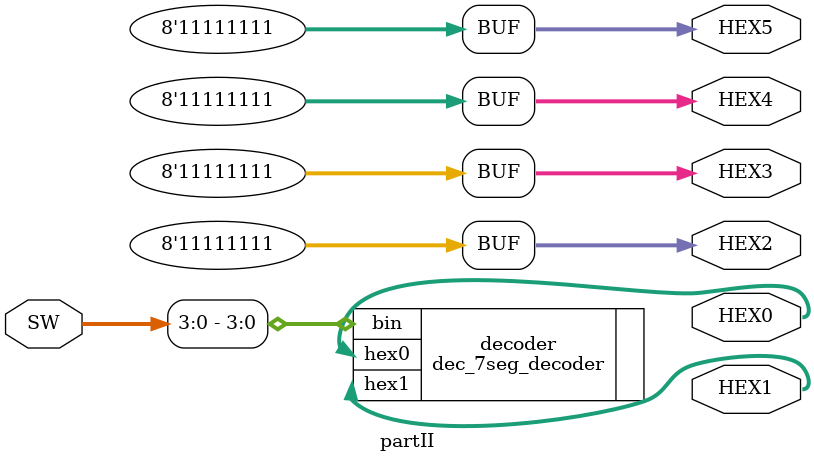
<source format=v>


module partII(

	//////////// SEG7 //////////
	output		     [7:0]		HEX0,
	output		     [7:0]		HEX1,
	output		     [7:0]		HEX2,
	output		     [7:0]		HEX3,
	output		     [7:0]		HEX4,
	output		     [7:0]		HEX5,

	//////////// SW //////////
	input 		     [9:0]		SW
);


dec_7seg_decoder decoder(.bin(SW[3:0]), .hex0(HEX0), .hex1(HEX1));

// Turn off HEX2-HEX5
assign HEX2 = 8'b11111111;
assign HEX3 = 8'b11111111;
assign HEX4 = 8'b11111111;
assign HEX5 = 8'b11111111;

endmodule

</source>
